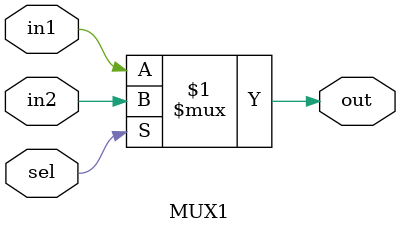
<source format=v>
module MUX1 (input in1,in2,input sel , output out);
	assign out = sel?in2:in1;
endmodule

</source>
